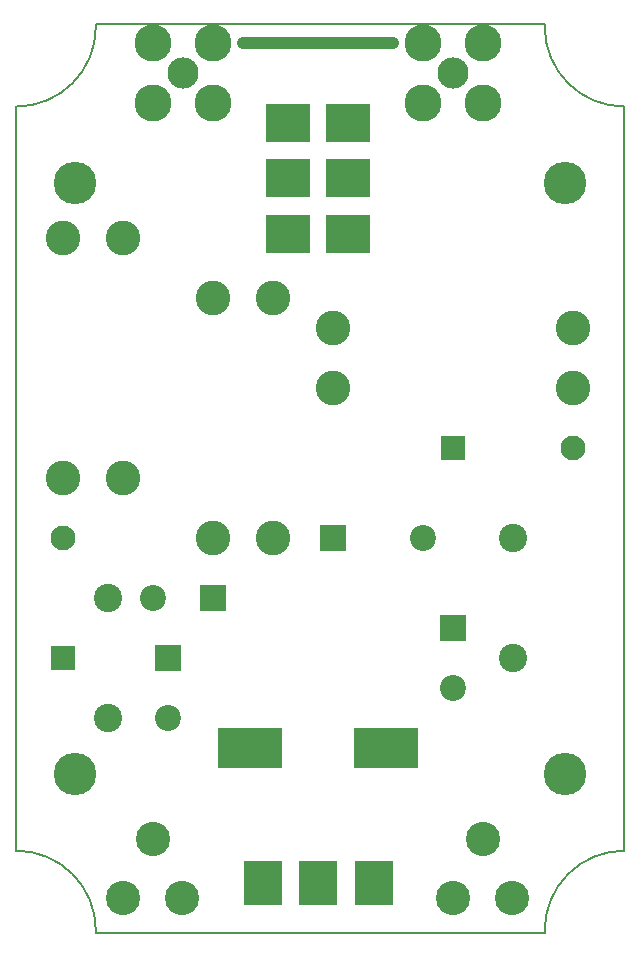
<source format=gbs>
G04 #@! TF.FileFunction,Soldermask,Bot*
%FSLAX46Y46*%
G04 Gerber Fmt 4.6, Leading zero omitted, Abs format (unit mm)*
G04 Created by KiCad (PCBNEW 4.0.4-stable) date 09/05/16 00:54:51*
%MOMM*%
%LPD*%
G01*
G04 APERTURE LIST*
%ADD10C,0.100000*%
%ADD11C,1.000000*%
%ADD12C,0.150000*%
%ADD13R,5.400000X3.400000*%
%ADD14C,3.600000*%
%ADD15C,2.400000*%
%ADD16C,2.398980*%
%ADD17C,2.899360*%
%ADD18C,3.140000*%
%ADD19C,2.640000*%
%ADD20R,3.200000X3.800000*%
%ADD21R,3.800000X3.200000*%
%ADD22R,2.200000X2.200000*%
%ADD23C,2.200000*%
%ADD24C,2.099260*%
%ADD25R,2.099260X2.099260*%
%ADD26C,2.940000*%
G04 APERTURE END LIST*
D10*
D11*
X137160000Y-67310000D02*
X149860000Y-67310000D01*
D12*
X124700000Y-65660000D02*
X124700000Y-65910000D01*
X162700000Y-65660000D02*
X124700000Y-65660000D01*
X162700000Y-65910000D02*
X162700000Y-65660000D01*
X162700000Y-142660000D02*
X162700000Y-142410000D01*
X124700000Y-142660000D02*
X162700000Y-142660000D01*
X124700000Y-142410000D02*
X124700000Y-142660000D01*
X117950000Y-72660000D02*
X117950000Y-135660000D01*
X169450000Y-135660000D02*
X169450000Y-72660000D01*
X169450000Y-135660000D02*
G75*
G03X162700000Y-142410000I0J-6750000D01*
G01*
X124700000Y-142410000D02*
G75*
G03X117950000Y-135660000I-6750000J0D01*
G01*
X117950000Y-72660000D02*
G75*
G03X124700000Y-65910000I0J6750000D01*
G01*
X162700000Y-65910000D02*
G75*
G03X169450000Y-72660000I6750000J0D01*
G01*
D13*
X137760000Y-127000000D03*
X149260000Y-127000000D03*
D14*
X164450000Y-79160000D03*
X122950000Y-79160000D03*
X122950000Y-129160000D03*
D15*
X125730000Y-114300000D03*
X125730000Y-124460000D03*
D16*
X160020000Y-109220000D03*
X160020000Y-119380000D03*
D17*
X157439360Y-134660640D03*
X159938720Y-139700000D03*
X154940000Y-139700000D03*
X129499360Y-134660640D03*
X131998720Y-139700000D03*
X127000000Y-139700000D03*
D18*
X129540000Y-67310000D03*
X129540000Y-72390000D03*
X134620000Y-72390000D03*
X134620000Y-67310000D03*
D19*
X132080000Y-69850000D03*
D14*
X164450000Y-129160000D03*
D18*
X152400000Y-67310000D03*
X152400000Y-72390000D03*
X157480000Y-72390000D03*
X157480000Y-67310000D03*
D19*
X154940000Y-69850000D03*
D20*
X148210000Y-138430000D03*
X143510000Y-138430000D03*
X138810000Y-138430000D03*
D21*
X140970000Y-74040000D03*
X140970000Y-78740000D03*
X140970000Y-83440000D03*
X146050000Y-74040000D03*
X146050000Y-78740000D03*
X146050000Y-83440000D03*
D22*
X134620000Y-114300000D03*
D23*
X129540000Y-114300000D03*
D22*
X130810000Y-119380000D03*
D23*
X130810000Y-124460000D03*
D22*
X144780000Y-109220000D03*
D23*
X152400000Y-109220000D03*
D22*
X154940000Y-116840000D03*
D23*
X154940000Y-121920000D03*
D24*
X121917460Y-109219480D03*
D25*
X121917460Y-119379480D03*
D24*
X165100520Y-101597460D03*
D25*
X154940520Y-101597460D03*
D26*
X134620000Y-88900000D03*
X134620000Y-109220000D03*
X127000000Y-104140000D03*
X127000000Y-83820000D03*
X139700000Y-88900000D03*
X139700000Y-109220000D03*
X121920000Y-104140000D03*
X121920000Y-83820000D03*
X165100000Y-96520000D03*
X144780000Y-96520000D03*
X165100000Y-91440000D03*
X144780000Y-91440000D03*
M02*

</source>
